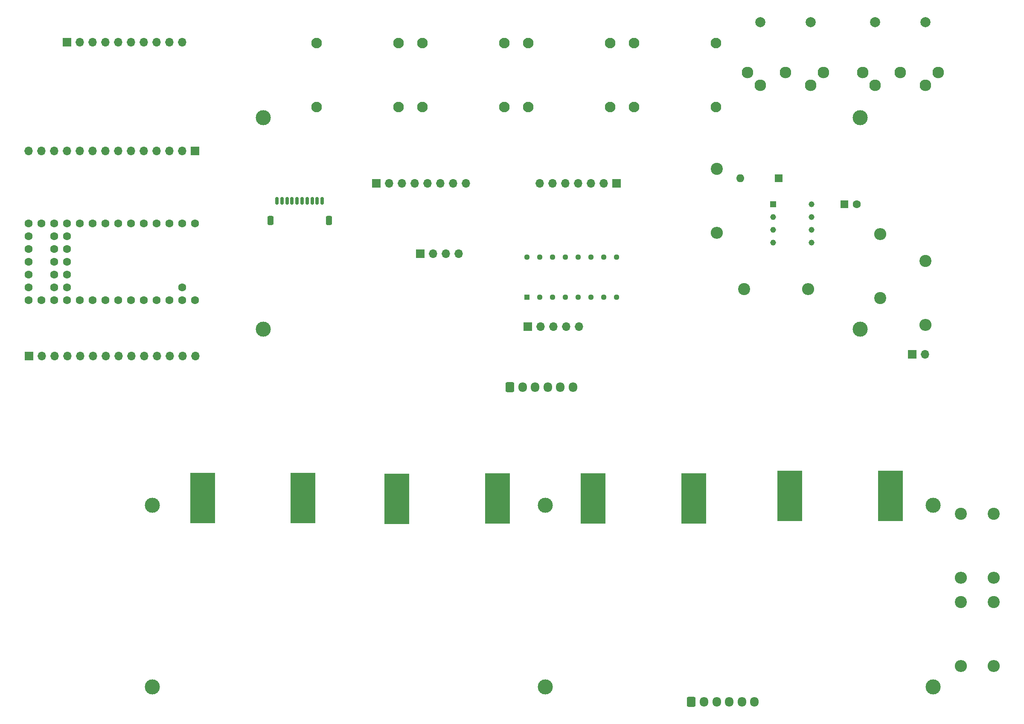
<source format=gbr>
%TF.GenerationSoftware,KiCad,Pcbnew,(6.0.4)*%
%TF.CreationDate,2022-07-25T16:23:06+02:00*%
%TF.ProjectId,MHS_Mobile_Hardware_Sampler_V3,4d48535f-4d6f-4626-996c-655f48617264,rev?*%
%TF.SameCoordinates,Original*%
%TF.FileFunction,Soldermask,Top*%
%TF.FilePolarity,Negative*%
%FSLAX46Y46*%
G04 Gerber Fmt 4.6, Leading zero omitted, Abs format (unit mm)*
G04 Created by KiCad (PCBNEW (6.0.4)) date 2022-07-25 16:23:06*
%MOMM*%
%LPD*%
G01*
G04 APERTURE LIST*
G04 Aperture macros list*
%AMRoundRect*
0 Rectangle with rounded corners*
0 $1 Rounding radius*
0 $2 $3 $4 $5 $6 $7 $8 $9 X,Y pos of 4 corners*
0 Add a 4 corners polygon primitive as box body*
4,1,4,$2,$3,$4,$5,$6,$7,$8,$9,$2,$3,0*
0 Add four circle primitives for the rounded corners*
1,1,$1+$1,$2,$3*
1,1,$1+$1,$4,$5*
1,1,$1+$1,$6,$7*
1,1,$1+$1,$8,$9*
0 Add four rect primitives between the rounded corners*
20,1,$1+$1,$2,$3,$4,$5,0*
20,1,$1+$1,$4,$5,$6,$7,0*
20,1,$1+$1,$6,$7,$8,$9,0*
20,1,$1+$1,$8,$9,$2,$3,0*%
G04 Aperture macros list end*
%ADD10R,5.000000X10.000000*%
%ADD11C,1.600000*%
%ADD12R,1.700000X1.700000*%
%ADD13O,1.700000X1.700000*%
%ADD14C,2.400000*%
%ADD15O,2.400000X2.400000*%
%ADD16C,3.000000*%
%ADD17R,1.160000X1.160000*%
%ADD18C,1.160000*%
%ADD19RoundRect,0.250000X-0.600000X-0.725000X0.600000X-0.725000X0.600000X0.725000X-0.600000X0.725000X0*%
%ADD20O,1.700000X1.950000*%
%ADD21RoundRect,0.150000X-0.150000X-0.625000X0.150000X-0.625000X0.150000X0.625000X-0.150000X0.625000X0*%
%ADD22RoundRect,0.250000X-0.350000X-0.650000X0.350000X-0.650000X0.350000X0.650000X-0.350000X0.650000X0*%
%ADD23C,2.000000*%
%ADD24C,2.300000*%
%ADD25C,2.100000*%
%ADD26R,1.600000X1.600000*%
%ADD27O,1.600000X1.600000*%
%ADD28R,1.130000X1.130000*%
%ADD29C,1.130000*%
G04 APERTURE END LIST*
D10*
%TO.C,H13*%
X151000000Y-115600000D03*
%TD*%
%TO.C,H14*%
X190000000Y-115100000D03*
%TD*%
D11*
%TO.C,U7*%
X52020000Y-61000000D03*
X49480000Y-61000000D03*
X46940000Y-61000000D03*
X44400000Y-61000000D03*
X41860000Y-61000000D03*
X39320000Y-61000000D03*
X36780000Y-61000000D03*
X34240000Y-61000000D03*
X31700000Y-61000000D03*
X29160000Y-61000000D03*
X26620000Y-61000000D03*
X24080000Y-61000000D03*
X21540000Y-61000000D03*
X19000000Y-61000000D03*
X19000000Y-63540000D03*
X19000000Y-66080000D03*
X19000000Y-68620000D03*
X19000000Y-71160000D03*
X19000000Y-73700000D03*
X19000000Y-76240000D03*
X21540000Y-76240000D03*
X24080000Y-76240000D03*
X26620000Y-76240000D03*
X29160000Y-76240000D03*
X31700000Y-76240000D03*
X34240000Y-76240000D03*
X36780000Y-76240000D03*
X39320000Y-76240000D03*
X41860000Y-76240000D03*
X44400000Y-76240000D03*
X46940000Y-76240000D03*
X49480000Y-76240000D03*
X52020000Y-76240000D03*
X49480000Y-73700000D03*
X24080000Y-73700000D03*
X26620000Y-73700000D03*
X24080000Y-71160000D03*
X26620000Y-71160000D03*
X24080000Y-68620000D03*
X26620000Y-68620000D03*
X24080000Y-66080000D03*
X26620000Y-66080000D03*
X24080000Y-63540000D03*
X26620000Y-63540000D03*
%TD*%
D10*
%TO.C,H5V1*%
X53500000Y-115500000D03*
%TD*%
D12*
%TO.C,J6_TeensyPinsUnten1*%
X26575000Y-25000000D03*
D13*
X29115000Y-25000000D03*
X31655000Y-25000000D03*
X34195000Y-25000000D03*
X36735000Y-25000000D03*
X39275000Y-25000000D03*
X41815000Y-25000000D03*
X44355000Y-25000000D03*
X46895000Y-25000000D03*
X49435000Y-25000000D03*
%TD*%
D14*
%TO.C,R4*%
X210500000Y-136150000D03*
D15*
X210500000Y-148850000D03*
%TD*%
D16*
%TO.C,H3*%
X198500000Y-117000000D03*
%TD*%
D17*
%TO.C,U6*%
X166690000Y-57180000D03*
D18*
X166690000Y-59720000D03*
X166690000Y-62260000D03*
X166690000Y-64800000D03*
X174310000Y-64800000D03*
X174310000Y-62260000D03*
X174310000Y-59720000D03*
X174310000Y-57180000D03*
%TD*%
D12*
%TO.C,J9*%
X118000000Y-81500000D03*
D13*
X120540000Y-81500000D03*
X123080000Y-81500000D03*
X125620000Y-81500000D03*
X128160000Y-81500000D03*
%TD*%
D16*
%TO.C,H6*%
X43500000Y-153000000D03*
%TD*%
%TO.C,H2*%
X198500000Y-153000000D03*
%TD*%
D19*
%TO.C,J4*%
X114500000Y-93500000D03*
D20*
X117000000Y-93500000D03*
X119500000Y-93500000D03*
X122000000Y-93500000D03*
X124500000Y-93500000D03*
X127000000Y-93500000D03*
%TD*%
D10*
%TO.C,H12*%
X112000000Y-115600000D03*
%TD*%
%TO.C,H5V3*%
X131000000Y-115600000D03*
%TD*%
D12*
%TO.C,J5*%
X135625000Y-53000000D03*
D13*
X133085000Y-53000000D03*
X130545000Y-53000000D03*
X128005000Y-53000000D03*
X125465000Y-53000000D03*
X122925000Y-53000000D03*
X120385000Y-53000000D03*
%TD*%
D10*
%TO.C,H11*%
X73400000Y-115500000D03*
%TD*%
D21*
%TO.C,JST_TEENSY_5*%
X68250000Y-56530000D03*
X69250000Y-56530000D03*
X70250000Y-56530000D03*
X71250000Y-56530000D03*
X72250000Y-56530000D03*
X73250000Y-56530000D03*
X74250000Y-56530000D03*
X75250000Y-56530000D03*
X76250000Y-56530000D03*
X77250000Y-56530000D03*
D22*
X66950000Y-60405000D03*
X78550000Y-60405000D03*
%TD*%
D12*
%TO.C,J10*%
X194340000Y-87010000D03*
D13*
X196880000Y-87010000D03*
%TD*%
D14*
%TO.C,R1*%
X204000000Y-118650000D03*
D15*
X204000000Y-131350000D03*
%TD*%
D16*
%TO.C,H1*%
X43500000Y-117000000D03*
%TD*%
D12*
%TO.C,J1*%
X52010000Y-46620000D03*
D13*
X49470000Y-46620000D03*
X46930000Y-46620000D03*
X44390000Y-46620000D03*
X41850000Y-46620000D03*
X39310000Y-46620000D03*
X36770000Y-46620000D03*
X34230000Y-46620000D03*
X31690000Y-46620000D03*
X29150000Y-46620000D03*
X26610000Y-46620000D03*
X24070000Y-46620000D03*
X21530000Y-46620000D03*
X18990000Y-46620000D03*
%TD*%
D23*
%TO.C,J8*%
X196982056Y-21066973D03*
X186969129Y-21056684D03*
D24*
X184470000Y-31067500D03*
X191970000Y-31067500D03*
X199470000Y-31067500D03*
X186970000Y-33567500D03*
X196970000Y-33567500D03*
%TD*%
D19*
%TO.C,J?3=FSR4;6=FSR1*%
X150500000Y-156000000D03*
D20*
X153000000Y-156000000D03*
X155500000Y-156000000D03*
X158000000Y-156000000D03*
X160500000Y-156000000D03*
X163000000Y-156000000D03*
%TD*%
D25*
%TO.C,J17*%
X118154670Y-25190000D03*
X118154670Y-37890000D03*
X134384670Y-37890000D03*
X134384670Y-25190000D03*
%TD*%
D14*
%TO.C,R8*%
X196920000Y-68410000D03*
D15*
X196920000Y-81110000D03*
%TD*%
D25*
%TO.C,J16*%
X97124670Y-25190000D03*
X97124670Y-37890000D03*
X113354670Y-37890000D03*
X113354670Y-25190000D03*
%TD*%
D14*
%TO.C,R3*%
X204000000Y-136150000D03*
D15*
X204000000Y-148850000D03*
%TD*%
D14*
%TO.C,R6*%
X161000000Y-74000000D03*
D15*
X173700000Y-74000000D03*
%TD*%
D10*
%TO.C,H5V2*%
X92000000Y-115700000D03*
%TD*%
D12*
%TO.C,J6*%
X96700000Y-67000000D03*
D13*
X99240000Y-67000000D03*
X101780000Y-67000000D03*
X104320000Y-67000000D03*
%TD*%
D23*
%TO.C,J3*%
X174182056Y-21046973D03*
X164169129Y-21036684D03*
D24*
X161670000Y-31047500D03*
X169170000Y-31047500D03*
X176670000Y-31047500D03*
X164170000Y-33547500D03*
X174170000Y-33547500D03*
%TD*%
D16*
%TO.C,H9*%
X65500000Y-82000000D03*
%TD*%
D14*
%TO.C,R2*%
X210500000Y-118650000D03*
D15*
X210500000Y-131350000D03*
%TD*%
D26*
%TO.C,C1*%
X180817621Y-57190000D03*
D11*
X183317621Y-57190000D03*
%TD*%
D12*
%TO.C,J7*%
X87990000Y-53000000D03*
D13*
X90530000Y-53000000D03*
X93070000Y-53000000D03*
X95610000Y-53000000D03*
X98150000Y-53000000D03*
X100690000Y-53000000D03*
X103230000Y-53000000D03*
X105770000Y-53000000D03*
%TD*%
D25*
%TO.C,J18*%
X139154670Y-25190000D03*
X139154670Y-37890000D03*
X155384670Y-37890000D03*
X155384670Y-25190000D03*
%TD*%
D16*
%TO.C,H4*%
X184000000Y-40000000D03*
%TD*%
D14*
%TO.C,R7*%
X188000000Y-75850000D03*
D15*
X188000000Y-63150000D03*
%TD*%
D16*
%TO.C,H8*%
X184000000Y-82000000D03*
%TD*%
D26*
%TO.C,D1*%
X167810000Y-51990000D03*
D27*
X160190000Y-51990000D03*
%TD*%
D16*
%TO.C,H10*%
X121500000Y-153000000D03*
%TD*%
%TO.C,H7*%
X65500000Y-40000000D03*
%TD*%
D10*
%TO.C,H5V4*%
X170000000Y-115100000D03*
%TD*%
D12*
%TO.C,J2*%
X19032663Y-87357701D03*
D13*
X21572663Y-87357701D03*
X24112663Y-87357701D03*
X26652663Y-87357701D03*
X29192663Y-87357701D03*
X31732663Y-87357701D03*
X34272663Y-87357701D03*
X36812663Y-87357701D03*
X39352663Y-87357701D03*
X41892663Y-87357701D03*
X44432663Y-87357701D03*
X46972663Y-87357701D03*
X49512663Y-87357701D03*
X52052663Y-87357701D03*
%TD*%
D16*
%TO.C,H5*%
X121500000Y-117000000D03*
%TD*%
D25*
%TO.C,J11*%
X76124340Y-25190000D03*
X76124340Y-37890000D03*
X92354340Y-37890000D03*
X92354340Y-25190000D03*
%TD*%
D28*
%TO.C,U5*%
X117840000Y-75657960D03*
D29*
X120380000Y-75657960D03*
X122920000Y-75657960D03*
X125460000Y-75657960D03*
X128000000Y-75657960D03*
X130540000Y-75657960D03*
X133080000Y-75657960D03*
X135620000Y-75657960D03*
X135620000Y-67717960D03*
X133080000Y-67717960D03*
X130540000Y-67717960D03*
X128000000Y-67717960D03*
X125460000Y-67717960D03*
X122920000Y-67717960D03*
X120380000Y-67717960D03*
X117840000Y-67717960D03*
%TD*%
D14*
%TO.C,R5*%
X155500000Y-50150000D03*
D15*
X155500000Y-62850000D03*
%TD*%
M02*

</source>
